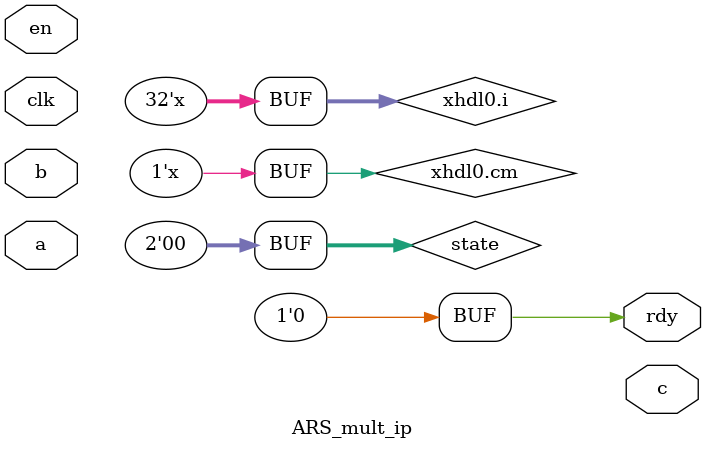
<source format=v>
`timescale 1ns / 1ps
module ARS_mult_ip(a, b, clk, en, rdy, c);
   parameter         m = 233;
   parameter         k = 32;
   parameter         n = 7;
   parameter         r = 9;
   input [m-1:0]     a;
   input [m-1:0]     b;
   input             clk;
   input             en;
   output            rdy;
   reg               rdy;
   output [m-1:0]    c;
   reg [m-1:0]       c;
   parameter [k-1:0] ak = {k{1'b0}};
   parameter [1:0]   s_state_s0 = 0,
                     s_state_s1 = 1,
                     s_state_s2 = 2;
   reg [1:0]         state;
   
   always @(clk)
   begin: xhdl0
      reg [m-1:0]       av;
      reg [m-1:0]       cv;
      reg [k-1:0]       as;
      reg [7:0]         ct;
      reg               cm;
      integer           i;
      if (en == 1'b0)
      begin
         ct = {8{1'b0}};
         av = {m{1'b0}};
         as = {k{1'b0}};
         cv = {m{1'b0}};
         state <= s_state_s0;
         rdy <= 1'b0;
      end
      else 
         case (state)
            s_state_s0 :
               begin
                  if (ct == 0)
                     av = a;
                  as = av[m - 1:m - k];
                  for (i = k - 1; i >= 0; i = i - 1)
                  begin
                     if (as[i] == 1'b1)
                        cv = cv ^ b;
                     cm = cv[m - 1];
                     cv = {cv[m - 2:0], 1'b0};
                     if (cm == 1'b1)
                     begin
                        cv[74] = cv[74] ^ 1'b1;
                        cv[0] = 1'b1;
                     end
                  end
                  if (ct < n - 1)
                  begin
                     ct = ct + 1;
                     state <= s_state_s0;
                  end
                  else
                     state <= s_state_s1;
                  av = {av[m - k - 1:0], ak};
               end
            s_state_s1 :
               begin
                  as = av[m - 1:m - k];
                  if (r > 1 & k > 1)
                  begin
                     for (i = k - 1; i >= k - r + 1; i = i - 1)
                     begin
                        if (as[i] == 1'b1)
                           cv = cv ^ b;
                        cm = cv[m - 1];
                        cv = {cv[m - 2:0], 1'b0};
                        if (cm == 1'b1)
                        begin
                           cv[74] = cv[74] ^ 1'b1;
                           cv[0] = 1'b1;
                        end
                     end
                     if (as[k - r] == 1'b1)
                        cv = b ^ cv;
                  end
                  else
                     if (as[k - 1] == 1'b1)
                        cv = b ^ cv;
                  c <= cv;
                  rdy <= 1'b1;
                  state <= s_state_s2;
               end
            s_state_s2 :
               state <= s_state_s2;
            
            default :
               begin
                  state <= s_state_s0;
                  rdy <= 1'b0;
               end
         endcase
   end
   
endmodule


</source>
